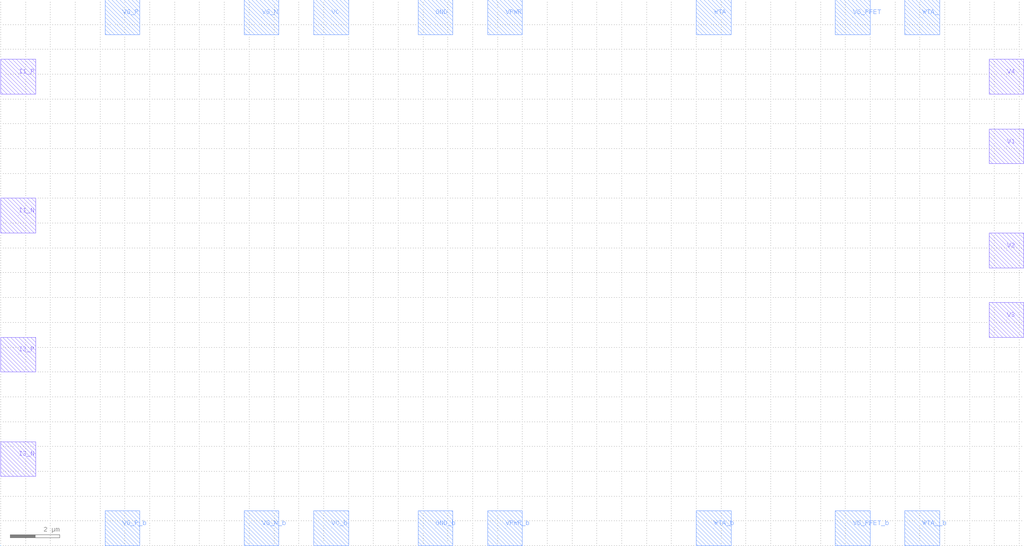
<source format=lef>
VERSION 5.5 ;
NAMESCASESENSITIVE ON ;
BUSBITCHARS "[]" ;
DIVIDERCHAR "/" ;

PROPERTYDEFINITIONS
  LAYER routingPitch REAL ;
END PROPERTYDEFINITIONS

UNITS
  DATABASE MICRONS 1000 ;
END UNITS
MANUFACTURINGGRID 0.01 ;
LAYER POLY1
  TYPE MASTERSLICE ;
END POLY1

LAYER CONT
  TYPE CUT ;
  SPACING 0.4 ;
END CONT

LAYER METAL1
  TYPE ROUTING ;
  DIRECTION HORIZONTAL ;
  PITCH 0 ;
  WIDTH 0.5 ;
  SPACING 0.45 ;
  PROPERTY routingPitch 1.25 ;
END METAL1

LAYER VIA12
  TYPE CUT ;
  SPACING 0.45 ;
END VIA12

LAYER METAL2
  TYPE ROUTING ;
  DIRECTION VERTICAL ;
  PITCH 0 ;
  WIDTH 0.6 ;
  SPACING 0.5 ;
  PROPERTY routingPitch 1.4 ;
END METAL2

LAYER VIA23
  TYPE CUT ;
  SPACING 0.45 ;
END VIA23

LAYER METAL3
  TYPE ROUTING ;
  DIRECTION HORIZONTAL ;
  PITCH 0 ;
  WIDTH 0.6 ;
  SPACING 0.5 ;
  PROPERTY routingPitch 1.25 ;
END METAL3

LAYER VIA34
  TYPE CUT ;
  SPACING 0.45 ;
END VIA34

LAYER METAL4
  TYPE ROUTING ;
  DIRECTION VERTICAL ;
  PITCH 0 ;
  WIDTH 0.6 ;
  SPACING 0.6 ;
  PROPERTY routingPitch 1.4 ;
END METAL4

LAYER OVERLAP
  TYPE OVERLAP ;
END OVERLAP

VIARULE M4_M3 GENERATE
  LAYER METAL3 ;
    ENCLOSURE 0.2 0.2 ;
  LAYER METAL4 ;
    ENCLOSURE 0.15 0.15 ;
  LAYER VIA34 ;
    RECT -0.25 -0.25 0.25 0.25 ;
    SPACING 1 BY 1 ;
END M4_M3

VIARULE M3_M2 GENERATE
  LAYER METAL2 ;
    ENCLOSURE 0.2 0.2 ;
  LAYER METAL3 ;
    ENCLOSURE 0.15 0.15 ;
  LAYER VIA23 ;
    RECT -0.25 -0.25 0.25 0.25 ;
    SPACING 1 BY 1 ;
END M3_M2

VIARULE M2_M1 GENERATE
  LAYER METAL1 ;
    ENCLOSURE 0.2 0.2 ;
  LAYER METAL2 ;
    ENCLOSURE 0.15 0.15 ;
  LAYER VIA12 ;
    RECT -0.25 -0.25 0.25 0.25 ;
    SPACING 1 BY 1 ;
END M2_M1

VIARULE M1_POLY1 GENERATE
  LAYER POLY1 ;
    ENCLOSURE 0.2 0.2 ;
  LAYER METAL1 ;
    ENCLOSURE 0.15 0.15 ;
  LAYER CONT ;
    RECT -0.2 -0.2 0.2 0.2 ;
    SPACING 1 BY 1 ;
END M1_POLY1

VIA M1_POLY1
  LAYER CONT ;
    RECT -0.2 -0.2 0.2 0.2 ;
  LAYER POLY1 ;
    RECT -0.4 -0.4 0.4 0.4 ;
  LAYER METAL1 ;
    RECT -0.35 -0.35 0.35 0.35 ;
END M1_POLY1

VIA M2_M1
  LAYER VIA12 ;
    RECT -0.25 -0.25 0.25 0.25 ;
  LAYER METAL2 ;
    RECT -0.4 -0.4 0.4 0.4 ;
  LAYER METAL1 ;
    RECT -0.45 -0.45 0.45 0.45 ;
END M2_M1

VIA M3_M2
  LAYER VIA23 ;
    RECT -0.25 -0.25 0.25 0.25 ;
  LAYER METAL3 ;
    RECT -0.4 -0.4 0.4 0.4 ;
  LAYER METAL2 ;
    RECT -0.45 -0.45 0.45 0.45 ;
END M3_M2

VIA M4_M3
  LAYER VIA34 ;
    RECT -0.25 -0.25 0.25 0.25 ;
  LAYER METAL4 ;
    RECT -0.4 -0.4 0.4 0.4 ;
  LAYER METAL3 ;
    RECT -0.45 -0.45 0.45 0.45 ;
END M4_M3


MACRO TSMC350nm_VinjDecode2to4_vtile_spacing
END TSMC350nm_VinjDecode2to4_vtile_spacing

MACRO TSMC350nm_VinjDecode2to4_vtile_bridge_spacing
END TSMC350nm_VinjDecode2to4_vtile_bridge_spacing

MACRO TSMC350nm_VinjDecode2to4_vtile_B_bridge
END TSMC350nm_VinjDecode2to4_vtile_B_bridge

MACRO TSMC350nm_VinjDecode2to4_vtile
  PIN Vinj
    DIRECTION INOUT ;
    USE SIGNAL ;
    PORT
      LAYER METAL1 ;
        RECT 7.78 11.04 9.06 11.45 ;
    END
  END Vinj
  PIN OUT<0>
    DIRECTION INOUT ;
    USE SIGNAL ;
    PORT
      LAYER METAL1 ;
        RECT 19.66 18.91 20.11 19.59 ;
    END
  END OUT<0>
  PIN OUT<1>
    DIRECTION INOUT ;
    USE SIGNAL ;
    PORT
      LAYER METAL1 ;
        RECT 19.66 13.41 20.12 14.1 ;
    END
  END OUT<1>
  PIN OUT<2>
    DIRECTION INOUT ;
    USE SIGNAL ;
    PORT
      LAYER METAL1 ;
        RECT 19.66 7.92 20.11 8.59 ;
    END
  END OUT<2>
  PIN OUT<3>
    DIRECTION INOUT ;
    USE SIGNAL ;
    PORT
      LAYER METAL1 ;
        RECT 19.66 2.41 20.11 3.09 ;
    END
  END OUT<3>
  PIN ENABLE
    DIRECTION INOUT ;
    USE SIGNAL ;
    PORT
      LAYER METAL1 ;
        RECT 0.01 3.48 0.71 4.21 ;
    END
  END ENABLE
  PIN GND
    DIRECTION INOUT ;
    USE SIGNAL ;
    PORT
      LAYER METAL1 ;
        RECT 19.52 5.0 20.12 5.99 ;
    END
  END GND
  PIN VINJ
    DIRECTION INOUT ;
    USE SIGNAL ;
    PORT
      LAYER METAL1 ;
        RECT 19.15 21.56 20.05 21.96 ;
    END
  END VINJ
  PIN IN<1>
    DIRECTION INOUT ;
    USE SIGNAL ;
    PORT
      LAYER METAL2 ;
        RECT 6.56 20.89 7.5 22.0 ;
    END
  END IN<1>
  PIN IN<0>
    DIRECTION INOUT ;
    USE SIGNAL ;
    PORT
      LAYER METAL2 ;
        RECT 3.9 20.96 4.5 22.0 ;
    END
  END IN<0>
END TSMC350nm_VinjDecode2to4_vtile

MACRO TSMC350nm_VinjDecode2to4_vtile_A_bridge
END TSMC350nm_VinjDecode2to4_vtile_A_bridge

MACRO TSMC350nm_VinjDecode2to4_vtile_D_bridge
END TSMC350nm_VinjDecode2to4_vtile_D_bridge

MACRO TSMC350nm_VinjDecode2to4_vtile_C_bridge
END TSMC350nm_VinjDecode2to4_vtile_C_bridge

MACRO TSMC350nm_drainSelect01d3
  PIN Vinj
    DIRECTION INOUT ;
    USE SIGNAL ;
    PORT
      LAYER METAL1 ;
        RECT 6.12 21.55 7.4 21.96 ;
    END
  END Vinj
  PIN VINJ
    DIRECTION INOUT ;
    USE SIGNAL ;
    PORT
      LAYER METAL1 ;
        RECT 6.12 21.55 7.4 21.96 ;
    END
  END VINJ
  PIN GND
    DIRECTION INOUT ;
    USE SIGNAL ;
    PORT
      LAYER METAL1 ;
        RECT 8.76 16.56 9.51 16.97 ;
    END
  END GND
  PIN DRAIN4
    DIRECTION INOUT ;
    USE SIGNAL ;
    PORT
      LAYER METAL1 ;
        RECT 15.99 2.54 16.66 2.97 ;
    END
  END DRAIN4
  PIN DRAIN3
    DIRECTION INOUT ;
    USE SIGNAL ;
    PORT
      LAYER METAL1 ;
        RECT 15.99 8.03 16.66 8.46 ;
    END
  END DRAIN3
  PIN DRAIN2
    DIRECTION INOUT ;
    USE SIGNAL ;
    PORT
      LAYER METAL1 ;
        RECT 15.99 13.54 16.66 13.97 ;
    END
  END DRAIN2
  PIN DRAIN1
    DIRECTION INOUT ;
    USE SIGNAL ;
    PORT
      LAYER METAL1 ;
        RECT 15.99 19.03 16.66 19.46 ;
    END
  END DRAIN1
  PIN SELECT<3>
    DIRECTION INOUT ;
    USE SIGNAL ;
    PORT
      LAYER METAL1 ;
        RECT 0.0 2.54 0.67 2.97 ;
    END
  END SELECT<3>
  PIN SELET<2>
    DIRECTION INOUT ;
    USE SIGNAL ;
    PORT
      LAYER METAL1 ;
        RECT 0.0 8.03 0.67 8.46 ;
    END
  END SELET<2>
  PIN SELECT<1>
    DIRECTION INOUT ;
    USE SIGNAL ;
    PORT
      LAYER METAL1 ;
        RECT 0.0 13.54 0.67 13.97 ;
    END
  END SELECT<1>
  PIN SELECT<0>
    DIRECTION INOUT ;
    USE SIGNAL ;
    PORT
      LAYER METAL1 ;
        RECT 0.0 19.03 0.67 19.46 ;
    END
  END SELECT<0>
  PIN DRAINRAIL
    DIRECTION INOUT ;
    USE SIGNAL ;
    PORT
      LAYER METAL2 ;
        RECT 7.47 21.56 8.25 21.99 ;
    END
  END DRAINRAIL
END TSMC350nm_drainSelect01d3

MACRO TSMC350nm_FourTgate_ThickOx_FG_MEM
  PIN B<2>
    DIRECTION INOUT ;
    USE SIGNAL ;
    PORT
      LAYER METAL1 ;
        RECT 9.75 7.01 10.31 7.44 ;
    END
  END B<2>
  PIN A<2>
    DIRECTION INOUT ;
    USE SIGNAL ;
    PORT
      LAYER METAL1 ;
        RECT 0.0 8.0 0.7 8.5 ;
    END
  END A<2>
  PIN B<3>
    DIRECTION INOUT ;
    USE SIGNAL ;
    PORT
      LAYER METAL1 ;
        RECT 9.75 2.15 10.31 2.58 ;
    END
  END B<3>
  PIN A<3>
    DIRECTION INOUT ;
    USE SIGNAL ;
    PORT
      LAYER METAL1 ;
        RECT 0.0 2.5 0.7 3.0 ;
    END
  END A<3>
  PIN GND
    DIRECTION INOUT ;
    USE SIGNAL ;
    PORT
      LAYER METAL1 ;
        RECT 1.61 16.56 2.36 16.97 ;
    END
  END GND
  PIN B<0>
    DIRECTION INOUT ;
    USE SIGNAL ;
    PORT
      LAYER METAL1 ;
        RECT 9.75 20.33 10.31 20.76 ;
    END
  END B<0>
  PIN A<0>
    DIRECTION INOUT ;
    USE SIGNAL ;
    PORT
      LAYER METAL1 ;
        RECT 0.0 19.0 0.7 19.5 ;
    END
  END A<0>
  PIN B<1>
    DIRECTION INOUT ;
    USE SIGNAL ;
    PORT
      LAYER METAL1 ;
        RECT 9.75 14.73 10.31 15.16 ;
    END
  END B<1>
  PIN A<1>
    DIRECTION INOUT ;
    USE SIGNAL ;
    PORT
      LAYER METAL1 ;
        RECT 0.0 13.5 0.7 14.0 ;
    END
  END A<1>
  PIN SelBar
    DIRECTION INOUT ;
    USE SIGNAL ;
    PORT
      LAYER METAL2 ;
        RECT 3.41 21.12 4.21 22.0 ;
    END
  END SelBar
  PIN Sel
    DIRECTION INOUT ;
    USE SIGNAL ;
    PORT
      LAYER METAL2 ;
        RECT 4.8 21.12 5.6 22.0 ;
    END
  END Sel
  PIN VINJ
    DIRECTION INOUT ;
    USE SIGNAL ;
    PORT
      LAYER METAL2 ;
        RECT 6.26 21.78 7.06 22.0 ;
    END
  END VINJ
END TSMC350nm_FourTgate_ThickOx_FG_MEM

MACRO TSMC350nm_IndirectSwitches
  PIN GND_T
    DIRECTION INOUT ;
    USE SIGNAL ;
    PORT
      LAYER METAL2 ;
        RECT 15.4 21.0 16.2 22.0 ;
    END
  END GND_T
  PIN VINJ_T
    DIRECTION INOUT ;
    USE SIGNAL ;
    PORT
      LAYER METAL2 ;
        RECT 6.3 21.04 7.32 22.0 ;
    END
  END VINJ_T
  PIN VDD<1>
    DIRECTION INOUT ;
    USE SIGNAL ;
    PORT
      LAYER METAL2 ;
        RECT 24.5 0.0 25.1 0.75 ;
    END
  END VDD<1>
  PIN VTUN
    DIRECTION INOUT ;
    USE SIGNAL ;
    PORT
      LAYER METAL2 ;
        RECT 13.3 0.0 13.9 0.82 ;
    END
  END VTUN
  PIN GND<0>
    DIRECTION INOUT ;
    USE SIGNAL ;
    PORT
      LAYER METAL2 ;
        RECT 11.2 0.0 11.8 0.85 ;
    END
  END GND<0>
  PIN GNDV<1>
    DIRECTION INOUT ;
    USE SIGNAL ;
    PORT
      LAYER METAL2 ;
        RECT 15.47 0.0 15.95 1.0 ;
    END
  END GNDV<1>
  PIN VINJ
    DIRECTION INOUT ;
    USE SIGNAL ;
    PORT
      LAYER METAL2 ;
        RECT 4.2 0.0 4.8 1.0 ;
    END
  END VINJ
  PIN VDD<0>
    DIRECTION INOUT ;
    USE SIGNAL ;
    PORT
      LAYER METAL2 ;
        RECT 2.1 0.0 2.7 1.09 ;
    END
  END VDD<0>
  PIN Vg<0>
    DIRECTION INOUT ;
    USE SIGNAL ;
    PORT
      LAYER METAL2 ;
        RECT 8.4 0.005 9.0 0.825 ;
    END
  END Vg<0>
  PIN CTRL_B<0>
    DIRECTION INOUT ;
    USE SIGNAL ;
    PORT
      LAYER METAL2 ;
        RECT 6.3 0.01 6.9 0.76 ;
    END
  END CTRL_B<0>
  PIN CTRL_B<1>
    DIRECTION INOUT ;
    USE SIGNAL ;
    PORT
      LAYER METAL2 ;
        RECT 20.3 0.01 20.9 0.75 ;
    END
  END CTRL_B<1>
  PIN Vg<1>
    DIRECTION INOUT ;
    USE SIGNAL ;
    PORT
      LAYER METAL2 ;
        RECT 18.2 0.0 18.8 0.76 ;
    END
  END Vg<1>
  PIN decode<0>
    DIRECTION INOUT ;
    USE SIGNAL ;
    PORT
      LAYER METAL2 ;
        RECT 3.46 21.16 4.8 22.0 ;
    END
  END decode<0>
  PIN RUN_IN<1>
    DIRECTION INOUT ;
    USE SIGNAL ;
    PORT
      LAYER METAL2 ;
        RECT 17.5 21.01 18.1 22.0 ;
    END
  END RUN_IN<1>
  PIN RUN_IN<0>
    DIRECTION INOUT ;
    USE SIGNAL ;
    PORT
      LAYER METAL2 ;
        RECT 10.5 20.9 11.1 22.0 ;
    END
  END RUN_IN<0>
  PIN VPWR<1>
    DIRECTION INOUT ;
    USE SIGNAL ;
    PORT
      LAYER METAL2 ;
        RECT 21.7 21.08 22.3 22.0 ;
    END
  END VPWR<1>
  PIN decode<1>
    DIRECTION INOUT ;
    USE SIGNAL ;
    PORT
      LAYER METAL2 ;
        RECT 23.8 21.09 25.0 22.0 ;
    END
  END decode<1>
  PIN VPWR<0>
    DIRECTION INOUT ;
    USE SIGNAL ;
    PORT
      LAYER METAL2 ;
        RECT 1.71 21.21 2.43 22.0 ;
    END
  END VPWR<0>
  PIN VTUN_T
    DIRECTION INOUT ;
    USE SIGNAL ;
    PORT
      LAYER METAL2 ;
        RECT 12.6 21.12 13.7 22.0 ;
    END
  END VTUN_T
  PIN vtun_l
    DIRECTION INOUT ;
    USE SIGNAL ;
    PORT
      LAYER METAL1 ;
        RECT 0.0 0.9 1.31 1.88 ;
    END
  END vtun_l
  PIN vtun_r
    DIRECTION INOUT ;
    USE SIGNAL ;
    PORT
      LAYER METAL1 ;
        RECT 26.17 0.9 27.46 2.17 ;
    END
  END vtun_r
  PIN vgsel_r
    DIRECTION INOUT ;
    USE SIGNAL ;
    PORT
      LAYER METAL1 ;
        RECT 26.52 3.15 27.46 4.45 ;
    END
  END vgsel_r
  PIN prog_r
    DIRECTION INOUT ;
    USE SIGNAL ;
    PORT
      LAYER METAL1 ;
        RECT 26.59 9.15 27.46 10.55 ;
    END
  END prog_r
  PIN run_r
    DIRECTION INOUT ;
    USE SIGNAL ;
    PORT
      LAYER METAL1 ;
        RECT 26.28 6.05 27.46 7.29 ;
    END
  END run_r
  PIN RUN
    DIRECTION INOUT ;
    USE SIGNAL ;
    PORT
      LAYER METAL1 ;
        RECT 0.0 6.05 0.91 7.29 ;
    END
  END RUN
  PIN PROG
    DIRECTION INOUT ;
    USE SIGNAL ;
    PORT
      LAYER METAL1 ;
        RECT 0.0 9.15 0.87 10.55 ;
    END
  END PROG
  PIN Vgsel
    DIRECTION INOUT ;
    USE SIGNAL ;
    PORT
      LAYER METAL1 ;
        RECT 0.0 3.72 0.91 4.45 ;
    END
  END Vgsel
END TSMC350nm_IndirectSwitches

MACRO TSMC350nm_Termination_bot
  PIN GATE
    DIRECTION INOUT ;
    USE SIGNAL ;
    PORT
      LAYER METAL1 ;
        RECT 0.0 14.7 1.42 16.1 ;
    END
  END GATE
  PIN IOUT
    DIRECTION INOUT ;
    USE SIGNAL ;
    PORT
      LAYER METAL1 ;
        RECT 18.64 3.38 20.06 4.78 ;
    END
  END IOUT
  PIN IREF
    DIRECTION INOUT ;
    USE SIGNAL ;
    PORT
      LAYER METAL1 ;
        RECT 0.0 2.1 1.42 3.5 ;
    END
  END IREF
  PIN GND_b
    DIRECTION INOUT ;
    USE SIGNAL ;
    PORT
      LAYER METAL2 ;
        RECT 2.8 0.0 4.2 1.52 ;
    END
  END GND_b
  PIN GND
    DIRECTION INOUT ;
    USE SIGNAL ;
    PORT
      LAYER METAL2 ;
        RECT 2.8 20.48 4.2 22.0 ;
    END
  END GND
END TSMC350nm_Termination_bot

MACRO TSMC350nm_4TGate_ST_BMatrix
  PIN In<0>
    DIRECTION INOUT ;
    USE SIGNAL ;
    PORT
      LAYER METAL1 ;
        RECT 0.0 17.5 0.27 18.0 ;
    END
  END In<0>
  PIN In<1>
    DIRECTION INOUT ;
    USE SIGNAL ;
    PORT
      LAYER METAL1 ;
        RECT 0.0 14.7 0.38 15.2 ;
    END
  END In<1>
  PIN In<2>
    DIRECTION INOUT ;
    USE SIGNAL ;
    PORT
      LAYER METAL1 ;
        RECT 0.0 7.0 0.36 7.5 ;
    END
  END In<2>
  PIN In<3>
    DIRECTION INOUT ;
    USE SIGNAL ;
    PORT
      LAYER METAL1 ;
        RECT 0.0 3.5 0.3 4.0 ;
    END
  END In<3>
  PIN A<0>
    DIRECTION INOUT ;
    USE SIGNAL ;
    PORT
      LAYER METAL1 ;
        RECT 10.6 17.6 12.0 18.9 ;
    END
  END A<0>
  PIN A<1>
    DIRECTION INOUT ;
    USE SIGNAL ;
    PORT
      LAYER METAL1 ;
        RECT 10.6 14.9 12.0 16.2 ;
    END
  END A<1>
  PIN A<2>
    DIRECTION INOUT ;
    USE SIGNAL ;
    PORT
      LAYER METAL1 ;
        RECT 10.6 6.8 12.0 8.1 ;
    END
  END A<2>
  PIN A<3>
    DIRECTION INOUT ;
    USE SIGNAL ;
    PORT
      LAYER METAL1 ;
        RECT 10.6 4.1 12.0 5.4 ;
    END
  END A<3>
  PIN P<0>
    DIRECTION INOUT ;
    USE SIGNAL ;
    PORT
      LAYER METAL1 ;
        RECT 10.6 20.3 12.0 21.6 ;
    END
  END P<0>
  PIN P<1>
    DIRECTION INOUT ;
    USE SIGNAL ;
    PORT
      LAYER METAL1 ;
        RECT 10.6 12.2 12.0 13.5 ;
    END
  END P<1>
  PIN P<2>
    DIRECTION INOUT ;
    USE SIGNAL ;
    PORT
      LAYER METAL1 ;
        RECT 10.6 9.5 12.0 10.8 ;
    END
  END P<2>
  PIN P<3>
    DIRECTION INOUT ;
    USE SIGNAL ;
    PORT
      LAYER METAL1 ;
        RECT 10.6 1.4 12.0 2.7 ;
    END
  END P<3>
  PIN GND_b
    DIRECTION INOUT ;
    USE SIGNAL ;
    PORT
      LAYER METAL2 ;
        RECT 6.35 0.0 7.25 0.88 ;
    END
  END GND_b
  PIN Prog_b
    DIRECTION INOUT ;
    USE SIGNAL ;
    PORT
      LAYER METAL2 ;
        RECT 4.1 0.0 4.7 0.78 ;
    END
  END Prog_b
  PIN VDD_b
    DIRECTION INOUT ;
    USE SIGNAL ;
    PORT
      LAYER METAL2 ;
        RECT 1.81 0.0 2.71 0.71 ;
    END
  END VDD_b
  PIN Prog
    DIRECTION INOUT ;
    USE SIGNAL ;
    PORT
      LAYER METAL2 ;
        RECT 4.1 21.3 4.7 22.0 ;
    END
  END Prog
  PIN VDD
    DIRECTION INOUT ;
    USE SIGNAL ;
    PORT
      LAYER METAL2 ;
        RECT 1.81 21.3 2.71 22.0 ;
    END
  END VDD
  PIN GND
    DIRECTION INOUT ;
    USE SIGNAL ;
    PORT
      LAYER METAL2 ;
        RECT 6.35 21.3 7.25 22.0 ;
    END
  END GND
END TSMC350nm_4TGate_ST_BMatrix

MACRO TSMC350nm_4x2_Indirect
  PIN Vg<1>
    DIRECTION INOUT ;
    USE SIGNAL ;
    PORT
      LAYER METAL2 ;
        RECT 18.2 21.06 18.8 22.0 ;
    END
  END Vg<1>
  PIN Vsel<1>
    DIRECTION INOUT ;
    USE SIGNAL ;
    PORT
      LAYER METAL2 ;
        RECT 20.3 21.08 20.9 22.0 ;
    END
  END Vsel<1>
  PIN VINJ<1>
    DIRECTION INOUT ;
    USE SIGNAL ;
    PORT
      LAYER METAL2 ;
        RECT 22.4 21.05 23.0 22.0 ;
    END
  END VINJ<1>
  PIN Vsel<0>
    DIRECTION INOUT ;
    USE SIGNAL ;
    PORT
      LAYER METAL2 ;
        RECT 6.3 21.2 6.9 22.0 ;
    END
  END Vsel<0>
  PIN Vs<0>
    DIRECTION INOUT ;
    USE SIGNAL ;
    PORT
      LAYER METAL2 ;
        RECT 2.1 21.21 2.7 22.0 ;
    END
  END Vs<0>
  PIN Vs<1>
    DIRECTION INOUT ;
    USE SIGNAL ;
    PORT
      LAYER METAL2 ;
        RECT 24.5 21.06 25.1 22.0 ;
    END
  END Vs<1>
  PIN VTUN
    DIRECTION INOUT ;
    USE SIGNAL ;
    PORT
      LAYER METAL2 ;
        RECT 13.3 21.09 13.9 22.0 ;
    END
  END VTUN
  PIN VINJ<0>
    DIRECTION INOUT ;
    USE SIGNAL ;
    PORT
      LAYER METAL2 ;
        RECT 4.2 21.18 4.8 22.0 ;
    END
  END VINJ<0>
  PIN GND<0>
    DIRECTION INOUT ;
    USE SIGNAL ;
    PORT
      LAYER METAL2 ;
        RECT 11.2 21.07 11.8 22.0 ;
    END
  END GND<0>
  PIN Vg<0>
    DIRECTION INOUT ;
    USE SIGNAL ;
    PORT
      LAYER METAL2 ;
        RECT 8.4 21.03 9.0 22.0 ;
    END
  END Vg<0>
  PIN GND<1>
    DIRECTION INOUT ;
    USE SIGNAL ;
    PORT
      LAYER METAL2 ;
        RECT 15.41 21.06 16.01 22.0 ;
    END
  END GND<1>
  PIN Vs_b<0>
    DIRECTION INOUT ;
    USE SIGNAL ;
    PORT
      LAYER METAL2 ;
        RECT 1.42 0.0 2.7 0.6 ;
    END
  END Vs_b<0>
  PIN VINJ_b<0>
    DIRECTION INOUT ;
    USE SIGNAL ;
    PORT
      LAYER METAL2 ;
        RECT 4.2 0.0 4.8 0.76 ;
    END
  END VINJ_b<0>
  PIN Vsel_b<0>
    DIRECTION INOUT ;
    USE SIGNAL ;
    PORT
      LAYER METAL2 ;
        RECT 6.3 0.0 6.9 0.78 ;
    END
  END Vsel_b<0>
  PIN Vg_b<0>
    DIRECTION INOUT ;
    USE SIGNAL ;
    PORT
      LAYER METAL2 ;
        RECT 8.4 0.0 9.0 0.77 ;
    END
  END Vg_b<0>
  PIN GND_b<0>
    DIRECTION INOUT ;
    USE SIGNAL ;
    PORT
      LAYER METAL2 ;
        RECT 11.2 0.0 11.8 0.76 ;
    END
  END GND_b<0>
  PIN VTUN_b
    DIRECTION INOUT ;
    USE SIGNAL ;
    PORT
      LAYER METAL2 ;
        RECT 13.3 0.0 13.9 0.76 ;
    END
  END VTUN_b
  PIN GND_b<1>
    DIRECTION INOUT ;
    USE SIGNAL ;
    PORT
      LAYER METAL2 ;
        RECT 15.41 0.0 16.01 0.83 ;
    END
  END GND_b<1>
  PIN Vg_b<1>
    DIRECTION INOUT ;
    USE SIGNAL ;
    PORT
      LAYER METAL2 ;
        RECT 18.2 0.0 18.8 0.76 ;
    END
  END Vg_b<1>
  PIN Vsel_b<1>
    DIRECTION INOUT ;
    USE SIGNAL ;
    PORT
      LAYER METAL2 ;
        RECT 20.3 0.0 20.9 0.75 ;
    END
  END Vsel_b<1>
  PIN VINJ_b<1>
    DIRECTION INOUT ;
    USE SIGNAL ;
    PORT
      LAYER METAL2 ;
        RECT 22.4 0.0 23.0 0.77 ;
    END
  END VINJ_b<1>
  PIN Vs_b<1>
    DIRECTION INOUT ;
    USE SIGNAL ;
    PORT
      LAYER METAL2 ;
        RECT 24.5 0.0 25.75 0.61 ;
    END
  END Vs_b<1>
  PIN Vd_Pl<3>
    DIRECTION INOUT ;
    USE SIGNAL ;
    PORT
      LAYER METAL1 ;
        RECT 0.0 0.7 1.47 1.2 ;
    END
  END Vd_Pl<3>
  PIN Vd_Rl<3>
    DIRECTION INOUT ;
    USE SIGNAL ;
    PORT
      LAYER METAL1 ;
        RECT 0.0 3.5 1.45 4.0 ;
    END
  END Vd_Rl<3>
  PIN Vd_Rl<2>
    DIRECTION INOUT ;
    USE SIGNAL ;
    PORT
      LAYER METAL1 ;
        RECT 0.0 7.0 1.4 7.5 ;
    END
  END Vd_Rl<2>
  PIN Vd_Pl<2>
    DIRECTION INOUT ;
    USE SIGNAL ;
    PORT
      LAYER METAL1 ;
        RECT 0.0 9.8 1.41 10.3 ;
    END
  END Vd_Pl<2>
  PIN Vd_Pl<1>
    DIRECTION INOUT ;
    USE SIGNAL ;
    PORT
      LAYER METAL1 ;
        RECT 0.0 11.89 1.43 12.4 ;
    END
  END Vd_Pl<1>
  PIN Vd_Rl<1>
    DIRECTION INOUT ;
    USE SIGNAL ;
    PORT
      LAYER METAL1 ;
        RECT 0.0 14.7 1.46 15.2 ;
    END
  END Vd_Rl<1>
  PIN Vd_Rl<0>
    DIRECTION INOUT ;
    USE SIGNAL ;
    PORT
      LAYER METAL1 ;
        RECT 0.0 17.5 1.43 18.0 ;
    END
  END Vd_Rl<0>
  PIN Vd_Pl<0>
    DIRECTION INOUT ;
    USE SIGNAL ;
    PORT
      LAYER METAL1 ;
        RECT 0.0 20.3 1.4 20.9 ;
    END
  END Vd_Pl<0>
  PIN Vd_P<0>
    DIRECTION INOUT ;
    USE SIGNAL ;
    PORT
      LAYER METAL1 ;
        RECT 26.63 20.3 27.46 20.8 ;
    END
  END Vd_P<0>
  PIN Vd_R<1>
    DIRECTION INOUT ;
    USE SIGNAL ;
    PORT
      LAYER METAL1 ;
        RECT 26.56 14.7 27.44 15.2 ;
    END
  END Vd_R<1>
  PIN Vd_R<3>
    DIRECTION INOUT ;
    USE SIGNAL ;
    PORT
      LAYER METAL1 ;
        RECT 26.5 3.5 27.46 4.0 ;
    END
  END Vd_R<3>
  PIN Vd_P<3>
    DIRECTION INOUT ;
    USE SIGNAL ;
    PORT
      LAYER METAL1 ;
        RECT 26.55 0.7 27.46 1.2 ;
    END
  END Vd_P<3>
  PIN Vd_P<1>
    DIRECTION INOUT ;
    USE SIGNAL ;
    PORT
      LAYER METAL1 ;
        RECT 26.38 11.9 27.46 12.4 ;
    END
  END Vd_P<1>
  PIN Vd_P<2>
    DIRECTION INOUT ;
    USE SIGNAL ;
    PORT
      LAYER METAL1 ;
        RECT 26.51 9.8 27.46 10.3 ;
    END
  END Vd_P<2>
  PIN Vd_R<0>
    DIRECTION INOUT ;
    USE SIGNAL ;
    PORT
      LAYER METAL1 ;
        RECT 26.66 17.5 27.46 18.0 ;
    END
  END Vd_R<0>
  PIN Vd_R<2>
    DIRECTION INOUT ;
    USE SIGNAL ;
    PORT
      LAYER METAL1 ;
        RECT 26.53 7.0 27.46 7.5 ;
    END
  END Vd_R<2>
END TSMC350nm_4x2_Indirect

MACRO TSMC350nm_NeuralNetworkProgActFunc
  PIN V4
    DIRECTION INOUT ;
    USE SIGNAL ;
    PORT
      LAYER METAL1 ;
        RECT 39.79 18.2 41.19 19.6 ;
    END
  END V4
  PIN V1
    DIRECTION INOUT ;
    USE SIGNAL ;
    PORT
      LAYER METAL1 ;
        RECT 39.79 15.39 41.19 16.79 ;
    END
  END V1
  PIN V2
    DIRECTION INOUT ;
    USE SIGNAL ;
    PORT
      LAYER METAL1 ;
        RECT 39.79 11.2 41.19 12.6 ;
    END
  END V2
  PIN V3
    DIRECTION INOUT ;
    USE SIGNAL ;
    PORT
      LAYER METAL1 ;
        RECT 39.79 8.4 41.19 9.8 ;
    END
  END V3
  PIN I3_N
    DIRECTION INOUT ;
    USE SIGNAL ;
    PORT
      LAYER METAL1 ;
        RECT 0.0 2.8 1.4 4.19 ;
    END
  END I3_N
  PIN I3_P
    DIRECTION INOUT ;
    USE SIGNAL ;
    PORT
      LAYER METAL1 ;
        RECT 0.01 7.0 1.4 8.4 ;
    END
  END I3_P
  PIN I1_N
    DIRECTION INOUT ;
    USE SIGNAL ;
    PORT
      LAYER METAL1 ;
        RECT 0.0 12.6 1.4 14.0 ;
    END
  END I1_N
  PIN I1_P
    DIRECTION INOUT ;
    USE SIGNAL ;
    PORT
      LAYER METAL1 ;
        RECT 0.0 18.2 1.4 19.6 ;
    END
  END I1_P
  PIN VPWR
    DIRECTION INOUT ;
    USE SIGNAL ;
    PORT
      LAYER METAL2 ;
        RECT 19.6 20.6 21.0 22.0 ;
    END
  END VPWR
  PIN VG_PFET_b
    DIRECTION INOUT ;
    USE SIGNAL ;
    PORT
      LAYER METAL2 ;
        RECT 33.6 0.0 35.0 1.4 ;
    END
  END VG_PFET_b
  PIN WTA__b
    DIRECTION INOUT ;
    USE SIGNAL ;
    PORT
      LAYER METAL2 ;
        RECT 36.4 0.0 37.8 1.4 ;
    END
  END WTA__b
  PIN WTA_b
    DIRECTION INOUT ;
    USE SIGNAL ;
    PORT
      LAYER METAL2 ;
        RECT 28.0 0.0 29.4 1.4 ;
    END
  END WTA_b
  PIN VPWR_b
    DIRECTION INOUT ;
    USE SIGNAL ;
    PORT
      LAYER METAL2 ;
        RECT 19.6 0.0 21.0 1.4 ;
    END
  END VPWR_b
  PIN GND_b
    DIRECTION INOUT ;
    USE SIGNAL ;
    PORT
      LAYER METAL2 ;
        RECT 16.8 0.0 18.2 1.4 ;
    END
  END GND_b
  PIN VC_b
    DIRECTION INOUT ;
    USE SIGNAL ;
    PORT
      LAYER METAL2 ;
        RECT 12.6 0.0 14.0 1.4 ;
    END
  END VC_b
  PIN VG_N_b
    DIRECTION INOUT ;
    USE SIGNAL ;
    PORT
      LAYER METAL2 ;
        RECT 9.8 0.0 11.2 1.4 ;
    END
  END VG_N_b
  PIN VG_P_b
    DIRECTION INOUT ;
    USE SIGNAL ;
    PORT
      LAYER METAL2 ;
        RECT 4.2 0.0 5.6 1.4 ;
    END
  END VG_P_b
  PIN GND
    DIRECTION INOUT ;
    USE SIGNAL ;
    PORT
      LAYER METAL2 ;
        RECT 16.8 20.6 18.2 22.0 ;
    END
  END GND
  PIN VG_PFET
    DIRECTION INOUT ;
    USE SIGNAL ;
    PORT
      LAYER METAL2 ;
        RECT 33.6 20.6 35.0 22.0 ;
    END
  END VG_PFET
  PIN WTA_
    DIRECTION INOUT ;
    USE SIGNAL ;
    PORT
      LAYER METAL2 ;
        RECT 36.4 20.6 37.8 22.0 ;
    END
  END WTA_
  PIN WTA
    DIRECTION INOUT ;
    USE SIGNAL ;
    PORT
      LAYER METAL2 ;
        RECT 28.0 20.6 29.4 22.0 ;
    END
  END WTA
  PIN VC
    DIRECTION INOUT ;
    USE SIGNAL ;
    PORT
      LAYER METAL2 ;
        RECT 12.6 20.6 14.0 22.0 ;
    END
  END VC
  PIN VG_N
    DIRECTION INOUT ;
    USE SIGNAL ;
    PORT
      LAYER METAL2 ;
        RECT 9.8 20.6 11.2 22.0 ;
    END
  END VG_N
  PIN VG_P
    DIRECTION INOUT ;
    USE SIGNAL ;
    PORT
      LAYER METAL2 ;
        RECT 4.2 20.6 5.6 22.0 ;
    END
  END VG_P
END TSMC350nm_NeuralNetworkProgActFunc

MACRO TSMC350nm_VinjDecode2to4_htile
  PIN IN<1>
    DIRECTION INOUT ;
    USE SIGNAL ;
    PORT
      LAYER METAL1 ;
        RECT 0.0 11.85 0.9 12.74 ;
    END
  END IN<1>
  PIN IN<0>
    DIRECTION INOUT ;
    USE SIGNAL ;
    PORT
      LAYER METAL1 ;
        RECT 0.0 10.13 0.87 11.1 ;
    END
  END IN<0>
  PIN VINJ
    DIRECTION INOUT ;
    USE SIGNAL ;
    PORT
      LAYER METAL1 ;
        RECT 0.0 1.99 0.5 2.49 ;
    END
  END VINJ
  PIN GND
    DIRECTION INOUT ;
    USE SIGNAL ;
    PORT
      LAYER METAL1 ;
        RECT 0.0 6.99 0.51 7.49 ;
    END
  END GND
  PIN GND_b<1>
    DIRECTION INOUT ;
    USE SIGNAL ;
    PORT
      LAYER METAL2 ;
        RECT 40.32 0.0 40.92 1.79 ;
    END
  END GND_b<1>
  PIN VINJ_b<1>
    DIRECTION INOUT ;
    USE SIGNAL ;
    PORT
      LAYER METAL2 ;
        RECT 22.1 0.0 22.7 1.44 ;
    END
  END VINJ_b<1>
  PIN GND_b<0>
    DIRECTION INOUT ;
    USE SIGNAL ;
    PORT
      LAYER METAL2 ;
        RECT 18.85 0.0 19.45 1.41 ;
    END
  END GND_b<0>
  PIN VINJ_b<0>
    DIRECTION INOUT ;
    USE SIGNAL ;
    PORT
      LAYER METAL2 ;
        RECT 1.07 0.0 1.67 1.25 ;
    END
  END VINJ_b<0>
  PIN VINJV
    DIRECTION INOUT ;
    USE SIGNAL ;
    PORT
      LAYER METAL2 ;
        RECT 23.7 21.26 24.31 22.0 ;
    END
  END VINJV
  PIN GNDV
    DIRECTION INOUT ;
    USE SIGNAL ;
    PORT
      LAYER METAL2 ;
        RECT 25.84 21.28 26.44 22.0 ;
    END
  END GNDV
  PIN RUN_OUT<3>
    DIRECTION INOUT ;
    USE SIGNAL ;
    PORT
      LAYER METAL2 ;
        RECT 34.39 0.0 35.19 0.86 ;
    END
  END RUN_OUT<3>
  PIN RUN_OUT<2>
    DIRECTION INOUT ;
    USE SIGNAL ;
    PORT
      LAYER METAL2 ;
        RECT 28.77 0.0 29.57 0.86 ;
    END
  END RUN_OUT<2>
  PIN RUN_OUT<1>
    DIRECTION INOUT ;
    USE SIGNAL ;
    PORT
      LAYER METAL2 ;
        RECT 13.5 0.0 14.1 0.86 ;
    END
  END RUN_OUT<1>
  PIN RUN_OUT<0>
    DIRECTION INOUT ;
    USE SIGNAL ;
    PORT
      LAYER METAL2 ;
        RECT 7.34 0.0 8.14 0.86 ;
    END
  END RUN_OUT<0>
  PIN ENABLE
    DIRECTION INOUT ;
    USE SIGNAL ;
    PORT
      LAYER METAL2 ;
        RECT 6.29 21.66 6.89 22.0 ;
    END
  END ENABLE
  PIN OUT<2>
    DIRECTION INOUT ;
    USE SIGNAL ;
    PORT
      LAYER METAL2 ;
        RECT 25.28 0.0 25.87 0.87 ;
    END
  END OUT<2>
  PIN OUT<3>
    DIRECTION INOUT ;
    USE SIGNAL ;
    PORT
      LAYER METAL2 ;
        RECT 37.14 0.0 37.73 0.83 ;
    END
  END OUT<3>
  PIN OUT<0>
    DIRECTION INOUT ;
    USE SIGNAL ;
    PORT
      LAYER METAL2 ;
        RECT 4.27 0.0 4.87 0.86 ;
    END
  END OUT<0>
  PIN OUT<1>
    DIRECTION INOUT ;
    USE SIGNAL ;
    PORT
      LAYER METAL2 ;
        RECT 16.14 0.0 16.72 0.85 ;
    END
  END OUT<1>
  PIN VGRUN<0>
    DIRECTION INOUT ;
    USE SIGNAL ;
    PORT
      LAYER METAL2 ;
        RECT 9.1 21.59 9.7 22.0 ;
    END
  END VGRUN<0>
  PIN VGRUN<1>
    DIRECTION INOUT ;
    USE SIGNAL ;
    PORT
      LAYER METAL2 ;
        RECT 11.2 21.6 11.8 22.0 ;
    END
  END VGRUN<1>
  PIN VGRUN<2>
    DIRECTION INOUT ;
    USE SIGNAL ;
    PORT
      LAYER METAL2 ;
        RECT 28.7 21.71 29.3 22.0 ;
    END
  END VGRUN<2>
  PIN VGRUN<3>
    DIRECTION INOUT ;
    USE SIGNAL ;
    PORT
      LAYER METAL2 ;
        RECT 33.6 21.54 34.2 22.0 ;
    END
  END VGRUN<3>
END TSMC350nm_VinjDecode2to4_htile

END LIBRARY
</source>
